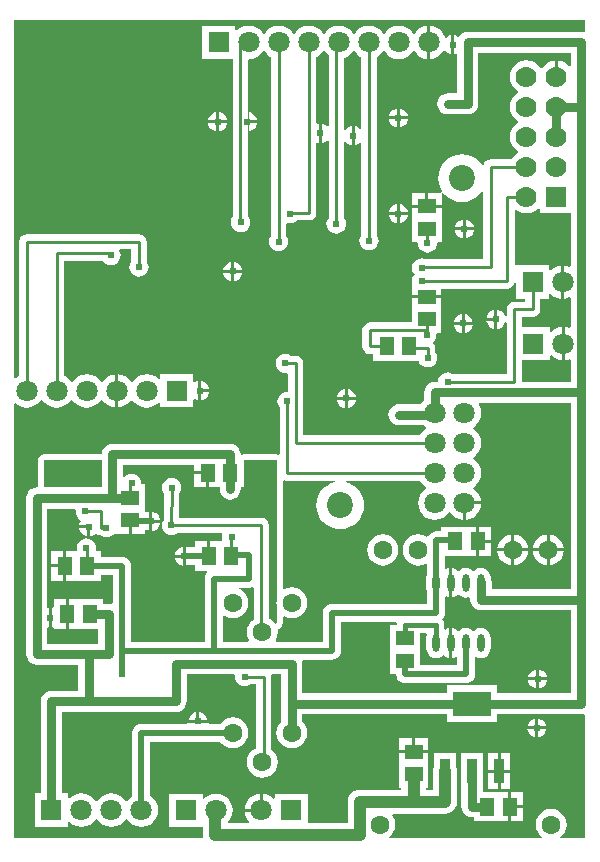
<source format=gbl>
%FSLAX25Y25*%
%MOIN*%
G70*
G01*
G75*
G04 Layer_Physical_Order=2*
G04 Layer_Color=16711680*
%ADD10O,0.02756X0.09843*%
%ADD11R,0.05118X0.05906*%
%ADD12R,0.05906X0.05118*%
%ADD13R,0.05118X0.06299*%
%ADD14R,0.05906X0.01063*%
%ADD15R,0.01063X0.05906*%
%ADD16O,0.05906X0.02362*%
%ADD17O,0.02362X0.05906*%
%ADD18C,0.04000*%
%ADD19C,0.01000*%
%ADD20C,0.02000*%
%ADD21C,0.03000*%
%ADD22C,0.06299*%
%ADD23R,0.07000X0.07000*%
%ADD24C,0.07000*%
%ADD25C,0.07087*%
%ADD26R,0.07087X0.07087*%
%ADD27C,0.08661*%
%ADD28C,0.02400*%
%ADD29R,0.12598X0.08268*%
%ADD30R,0.03543X0.08268*%
%ADD31C,0.01500*%
G36*
X82097Y85854D02*
Y75296D01*
X81367Y74736D01*
X80541Y73660D01*
X80022Y72407D01*
X79845Y71063D01*
X80022Y69719D01*
X80541Y68466D01*
X80565Y68435D01*
X80344Y67987D01*
X71924D01*
Y76361D01*
X72372Y76582D01*
X72600Y76407D01*
X73852Y75889D01*
X75197Y75712D01*
X76541Y75889D01*
X77794Y76407D01*
X78870Y77233D01*
X79695Y78308D01*
X80214Y79561D01*
X80391Y80905D01*
X80214Y82250D01*
X79695Y83503D01*
X78870Y84578D01*
X77794Y85404D01*
X76541Y85923D01*
Y85923D01*
X76543Y85950D01*
X80709D01*
X81492Y86054D01*
X81681Y86132D01*
X82097Y85854D01*
D02*
G37*
G36*
X177571Y212273D02*
Y210720D01*
X187808D01*
Y193131D01*
X187393Y192853D01*
X186565Y193196D01*
X185618Y193321D01*
Y187794D01*
Y182270D01*
X186565Y182395D01*
X187393Y182737D01*
X187808Y182460D01*
Y172740D01*
X187393Y172462D01*
X186762Y172723D01*
X185815Y172848D01*
Y167322D01*
Y161797D01*
X186762Y161922D01*
X187393Y162183D01*
X187808Y161906D01*
Y154613D01*
X171545D01*
Y161779D01*
X180858D01*
Y163247D01*
X181332Y163408D01*
X181361Y163369D01*
X182519Y162481D01*
X183868Y161922D01*
X184815Y161797D01*
Y167322D01*
Y172848D01*
X183868Y172723D01*
X182519Y172165D01*
X181361Y171276D01*
X181332Y171238D01*
X180858Y171398D01*
Y172866D01*
X171545D01*
Y176191D01*
X175118D01*
X176094Y176385D01*
X176920Y176938D01*
X177473Y177765D01*
X177667Y178740D01*
X177667Y178740D01*
X177667Y178740D01*
Y178740D01*
Y182252D01*
X180661D01*
Y183720D01*
X181135Y183880D01*
X181165Y183842D01*
X182323Y182953D01*
X183671Y182395D01*
X184618Y182270D01*
Y187794D01*
Y193321D01*
X183671Y193196D01*
X182323Y192637D01*
X181165Y191749D01*
X181135Y191710D01*
X180661Y191871D01*
Y193339D01*
X169575D01*
Y193339D01*
X169536D01*
X169183Y193692D01*
Y211706D01*
X169631Y211927D01*
X170297Y211416D01*
X171635Y210862D01*
X173071Y210673D01*
X174507Y210862D01*
X175845Y211416D01*
X176994Y212298D01*
X177097Y212433D01*
X177571Y212273D01*
D02*
G37*
G36*
X31509Y119377D02*
X12205D01*
Y128347D01*
X31509D01*
Y119377D01*
D02*
G37*
G36*
X89764Y81482D02*
X89688Y80905D01*
X89764Y80329D01*
Y74143D01*
X89290Y73982D01*
X88712Y74736D01*
X87636Y75561D01*
X87195Y75744D01*
Y106693D01*
X87001Y107668D01*
X86448Y108495D01*
X85621Y109048D01*
X84646Y109242D01*
X57645D01*
X57292Y109597D01*
X57342Y117340D01*
X57601Y117677D01*
X57923Y118456D01*
X58033Y119291D01*
X57923Y120127D01*
X57601Y120905D01*
X57088Y121574D01*
X56419Y122087D01*
X55641Y122409D01*
X54806Y122519D01*
X53970Y122409D01*
X53192Y122087D01*
X52523Y121574D01*
X52011Y120905D01*
X51688Y120127D01*
X51578Y119291D01*
X51688Y118456D01*
X52011Y117677D01*
X52244Y117373D01*
X52188Y108644D01*
X51929Y108307D01*
X51607Y107528D01*
X51497Y106693D01*
X51607Y105858D01*
X51929Y105079D01*
X52442Y104411D01*
X53111Y103898D01*
X53889Y103575D01*
X54724Y103465D01*
X55560Y103575D01*
X56338Y103898D01*
X56659Y104144D01*
X71464D01*
X71742Y103728D01*
X71685Y103591D01*
X71575Y102756D01*
X71685Y101920D01*
X71725Y101825D01*
X71447Y101409D01*
X67626D01*
Y96456D01*
X66626D01*
Y101409D01*
X62567D01*
Y99483D01*
X60112D01*
X59891Y99574D01*
X59555Y99619D01*
Y96456D01*
Y93295D01*
X59891Y93339D01*
X60112Y93431D01*
X62567D01*
Y91504D01*
X66490D01*
X66712Y91056D01*
X66277Y90489D01*
X65975Y89759D01*
X65872Y88976D01*
Y67987D01*
X41215D01*
Y93209D01*
X41112Y93992D01*
X40810Y94722D01*
X40329Y95348D01*
X39702Y95829D01*
X38972Y96131D01*
X38189Y96235D01*
X31232D01*
Y98161D01*
X29859D01*
X29530Y98537D01*
X29606Y99114D01*
X29496Y99950D01*
X29173Y100728D01*
X28660Y101396D01*
X27992Y101909D01*
X27213Y102232D01*
X26378Y102342D01*
X25543Y102232D01*
X24764Y101909D01*
X24096Y101396D01*
X23583Y100728D01*
X23260Y99950D01*
X23150Y99114D01*
X23226Y98537D01*
X22897Y98161D01*
X19693D01*
Y93208D01*
Y88256D01*
X31232D01*
Y90183D01*
X35163D01*
Y80724D01*
X34747Y80446D01*
X34674Y80477D01*
X33760Y80597D01*
X32020D01*
Y82020D01*
X20480D01*
Y77066D01*
Y72114D01*
X30230D01*
Y67211D01*
X27421D01*
X26673Y67310D01*
X13373D01*
Y72509D01*
X13749Y72838D01*
X13870Y72822D01*
Y75983D01*
Y79146D01*
X13749Y79130D01*
X13373Y79460D01*
Y112316D01*
X22496D01*
X22826Y111940D01*
X22757Y111417D01*
X22867Y110582D01*
X23189Y109803D01*
X23702Y109135D01*
X24370Y108622D01*
X24404Y108608D01*
X24533Y108125D01*
X24370Y107913D01*
X24048Y107135D01*
X24004Y106799D01*
X27166D01*
Y106300D01*
X27665D01*
Y103137D01*
X28001Y103182D01*
X28779Y103504D01*
X29439Y104010D01*
X30127Y103551D01*
X31102Y103357D01*
X31136D01*
X31457Y103110D01*
X32236Y102788D01*
X33071Y102678D01*
X33906Y102788D01*
X34685Y103110D01*
X35353Y103623D01*
X35494Y103807D01*
X36091Y103807D01*
Y103807D01*
X40543D01*
Y108367D01*
X41543D01*
Y103807D01*
X45996D01*
Y105045D01*
X46778D01*
X46999Y104953D01*
X47335Y104909D01*
Y108070D01*
Y111233D01*
X46999Y111188D01*
X46778Y111097D01*
X45996D01*
Y111287D01*
Y120405D01*
X44982D01*
X44665Y120768D01*
X44555Y121603D01*
X44232Y122381D01*
X43719Y123050D01*
X43051Y123563D01*
X42272Y123885D01*
X41437Y123995D01*
X40602Y123885D01*
X39823Y123563D01*
X39155Y123050D01*
X39043Y122904D01*
X38570Y123065D01*
Y126883D01*
X62272D01*
Y124811D01*
X66832D01*
Y124312D01*
X67331D01*
Y119358D01*
X70781D01*
Y118799D01*
X70901Y117885D01*
X71254Y117034D01*
X71815Y116303D01*
X72546Y115742D01*
X73397Y115389D01*
X74311Y115269D01*
X75225Y115389D01*
X76076Y115742D01*
X76807Y116303D01*
X77368Y117034D01*
X77721Y117885D01*
X77841Y118799D01*
Y119358D01*
X78870D01*
Y128347D01*
X89764D01*
Y81482D01*
D02*
G37*
G36*
X187808Y85420D02*
X161424D01*
Y87992D01*
X161304Y88906D01*
X161098Y89402D01*
X160993Y90201D01*
X160672Y90974D01*
X160162Y91639D01*
X159498Y92149D01*
X158724Y92469D01*
X157894Y92579D01*
X157063Y92469D01*
X156289Y92149D01*
X155625Y91639D01*
X155163D01*
X154498Y92149D01*
X153724Y92469D01*
X152894Y92579D01*
X152063Y92469D01*
X151289Y92149D01*
X150625Y91639D01*
X150162D01*
X149498Y92149D01*
X148724Y92469D01*
X148394Y92513D01*
Y87597D01*
Y82684D01*
X148724Y82728D01*
X149498Y83048D01*
X150162Y83558D01*
X150625D01*
X151289Y83048D01*
X152063Y82728D01*
X152894Y82618D01*
X153724Y82728D01*
X153948Y82820D01*
X154364Y82542D01*
Y81890D01*
X154484Y80976D01*
X154836Y80125D01*
X155397Y79394D01*
X156129Y78833D01*
X156980Y78480D01*
X157894Y78360D01*
X187808D01*
Y50774D01*
X163221D01*
Y53378D01*
X146622D01*
Y50774D01*
X98412D01*
Y60630D01*
X98292Y61544D01*
X98553Y61935D01*
X108268D01*
X109051Y62038D01*
X109781Y62340D01*
X110407Y62821D01*
X110888Y63448D01*
X111190Y64178D01*
X111294Y64961D01*
Y74533D01*
X129644D01*
X129974Y74157D01*
X129911Y73678D01*
X129908Y73654D01*
X127724D01*
Y64535D01*
Y57055D01*
X129655D01*
X129754Y56303D01*
X130057Y55574D01*
X130537Y54947D01*
D01*
X130537D01*
X130537Y54947D01*
X130537Y54947D01*
X130537D01*
D01*
X130537D01*
X130538Y54947D01*
Y54947D01*
X130538Y54947D01*
Y54947D01*
X131164Y54466D01*
X131894Y54164D01*
X132677Y54061D01*
X152894D01*
X153677Y54164D01*
X154407Y54466D01*
X155033Y54947D01*
X155514Y55574D01*
X155816Y56303D01*
X155920Y57087D01*
Y62673D01*
X156335Y62950D01*
X157063Y62649D01*
X157894Y62539D01*
X158724Y62649D01*
X159498Y62969D01*
X160162Y63479D01*
X160672Y64144D01*
X160993Y64918D01*
X161102Y65748D01*
Y69291D01*
X160993Y70122D01*
X160672Y70896D01*
X160162Y71560D01*
X159498Y72070D01*
X158724Y72391D01*
X157894Y72500D01*
X157063Y72391D01*
X156289Y72070D01*
X155625Y71560D01*
X155163D01*
X154498Y72070D01*
X153724Y72391D01*
X152894Y72500D01*
X152063Y72391D01*
X151289Y72070D01*
X150625Y71560D01*
X150162D01*
X149498Y72070D01*
X148724Y72391D01*
X148394Y72434D01*
Y67519D01*
Y62605D01*
X148724Y62649D01*
X149452Y62950D01*
X149868Y62673D01*
Y60113D01*
X137630D01*
Y64535D01*
Y70848D01*
X139645D01*
X139923Y70433D01*
X139795Y70122D01*
X139685Y69291D01*
Y65748D01*
X139795Y64918D01*
X140115Y64144D01*
X140625Y63479D01*
X141289Y62969D01*
X142063Y62649D01*
X142894Y62539D01*
X143724Y62649D01*
X144498Y62969D01*
X145162Y63479D01*
X145625D01*
X146289Y62969D01*
X147063Y62649D01*
X147394Y62605D01*
Y67519D01*
Y72434D01*
X147063Y72391D01*
X146289Y72070D01*
X146116Y71937D01*
X145667Y72158D01*
Y73622D01*
X145573Y74340D01*
X145296Y75009D01*
X145076Y75296D01*
X145026Y75361D01*
X145033Y75419D01*
X145033Y75419D01*
X145033Y75419D01*
D01*
Y75419D01*
X145514Y76046D01*
X145817Y76776D01*
X145920Y77559D01*
Y82751D01*
X146335Y83029D01*
X147063Y82728D01*
X147394Y82684D01*
Y87597D01*
Y92513D01*
X147063Y92469D01*
X146335Y92168D01*
X145920Y92446D01*
Y96425D01*
X156291D01*
Y101377D01*
Y106331D01*
X144752D01*
Y104699D01*
X142894D01*
X142111Y104596D01*
X141381Y104294D01*
X140754Y103813D01*
X140273Y103186D01*
X140217Y103052D01*
X139734Y102922D01*
X139605Y103022D01*
X138352Y103541D01*
X137008Y103718D01*
X135664Y103541D01*
X134411Y103022D01*
X133335Y102196D01*
X132510Y101121D01*
X131991Y99868D01*
X131814Y98524D01*
X131991Y97179D01*
X132510Y95927D01*
X133335Y94851D01*
X134411Y94025D01*
X135664Y93507D01*
X137008Y93330D01*
X138352Y93507D01*
X139452Y93962D01*
X139868Y93684D01*
Y90377D01*
X139795Y90201D01*
X139685Y89370D01*
Y85827D01*
X139795Y84996D01*
X139868Y84819D01*
Y80585D01*
X108268D01*
X107485Y80482D01*
X106755Y80180D01*
X106128Y79699D01*
X105647Y79072D01*
X105345Y78342D01*
X105242Y77559D01*
Y67987D01*
X89735D01*
X89514Y68435D01*
X89538Y68466D01*
X90056Y69719D01*
X90233Y71063D01*
X90097Y72102D01*
X90419Y72212D01*
X90478Y72246D01*
X90544Y72259D01*
X90820Y72444D01*
X91108Y72610D01*
X91149Y72663D01*
X91206Y72701D01*
X91390Y72977D01*
X91593Y73241D01*
X91610Y73306D01*
X91648Y73363D01*
X91713Y73689D01*
X91799Y74010D01*
X91790Y74077D01*
X91803Y74143D01*
Y76212D01*
X92251Y76433D01*
X92285Y76407D01*
X93538Y75889D01*
X94882Y75712D01*
X96226Y75889D01*
X97479Y76407D01*
X98555Y77233D01*
X99380Y78308D01*
X99899Y79561D01*
X100076Y80905D01*
X99899Y82250D01*
X99380Y83503D01*
X98555Y84578D01*
X97479Y85404D01*
X96226Y85923D01*
X94882Y86099D01*
X93538Y85923D01*
X92285Y85404D01*
X92251Y85378D01*
X91803Y85599D01*
Y121641D01*
X92244Y121877D01*
X92332Y121818D01*
X93307Y121624D01*
X109245D01*
X109318Y121130D01*
X107984Y120725D01*
X106610Y119991D01*
X105406Y119003D01*
X104419Y117799D01*
X103684Y116426D01*
X103233Y114936D01*
X103080Y113386D01*
X103233Y111836D01*
X103684Y110346D01*
X104419Y108973D01*
X105406Y107769D01*
X106610Y106781D01*
X107984Y106047D01*
X109474Y105595D01*
X111024Y105442D01*
X112573Y105595D01*
X114064Y106047D01*
X115437Y106781D01*
X116641Y107769D01*
X117629Y108973D01*
X118363Y110346D01*
X118815Y111836D01*
X118967Y113386D01*
X118815Y114936D01*
X118363Y116426D01*
X117629Y117799D01*
X116641Y119003D01*
X115437Y119991D01*
X114064Y120725D01*
X112729Y121130D01*
X112803Y121624D01*
X137575D01*
X137678Y121378D01*
X138566Y120220D01*
X139604Y119423D01*
Y118923D01*
X138566Y118127D01*
X137678Y116969D01*
X137119Y115620D01*
X136929Y114173D01*
X137119Y112726D01*
X137678Y111378D01*
X138566Y110220D01*
X139724Y109331D01*
X141073Y108773D01*
X142520Y108582D01*
X143967Y108773D01*
X145315Y109331D01*
X146473Y110220D01*
X147191Y111155D01*
X147691D01*
X148409Y110220D01*
X149567Y109331D01*
X150915Y108773D01*
X151862Y108648D01*
Y114174D01*
X152361D01*
Y114673D01*
X157887D01*
X157763Y115620D01*
X157204Y116969D01*
X156316Y118127D01*
X155158Y119015D01*
Y119331D01*
X156316Y120220D01*
X157204Y121378D01*
X157763Y122726D01*
X157953Y124173D01*
X157763Y125620D01*
X157204Y126969D01*
X156316Y128127D01*
X155158Y129015D01*
Y129331D01*
X156316Y130220D01*
X157204Y131378D01*
X157763Y132726D01*
X157953Y134173D01*
X157763Y135620D01*
X157204Y136969D01*
X156316Y138127D01*
X155158Y139015D01*
Y139331D01*
X156316Y140220D01*
X157204Y141378D01*
X157763Y142726D01*
X157953Y144173D01*
X157763Y145620D01*
X157204Y146969D01*
X157100Y147104D01*
X157322Y147553D01*
X187808D01*
Y85420D01*
D02*
G37*
G36*
X192530Y271469D02*
X192154Y271139D01*
X191339Y271247D01*
X153543D01*
X152630Y271127D01*
X151778Y270774D01*
X151047Y270213D01*
X150653Y269699D01*
X150157Y269634D01*
X150039Y269724D01*
X149261Y270047D01*
X148925Y270091D01*
Y266928D01*
Y263767D01*
X149261Y263811D01*
X149597Y263951D01*
X150013Y263673D01*
Y250774D01*
X146850D01*
X145937Y250654D01*
X145085Y250301D01*
X144354Y249740D01*
X143793Y249009D01*
X143440Y248158D01*
X143320Y247244D01*
X143440Y246330D01*
X143793Y245479D01*
X144354Y244748D01*
X145085Y244187D01*
X145937Y243834D01*
X146850Y243714D01*
X153543D01*
X154457Y243834D01*
X155308Y244187D01*
X156040Y244748D01*
X156600Y245479D01*
X156953Y246330D01*
X157073Y247244D01*
Y264186D01*
X187808D01*
Y259859D01*
X187335Y259698D01*
X186994Y260143D01*
X185845Y261025D01*
X184507Y261579D01*
X183571Y261702D01*
Y256220D01*
X182571D01*
Y261702D01*
X181635Y261579D01*
X180297Y261025D01*
X179148Y260143D01*
X178321Y259065D01*
X177821D01*
X176994Y260143D01*
X175845Y261025D01*
X174507Y261579D01*
X173071Y261768D01*
X171635Y261579D01*
X170297Y261025D01*
X169148Y260143D01*
X168267Y258994D01*
X167712Y257656D01*
X167523Y256221D01*
X167712Y254785D01*
X168267Y253447D01*
X169148Y252298D01*
X170226Y251470D01*
Y250971D01*
X169148Y250143D01*
X168267Y248994D01*
X167712Y247656D01*
X167523Y246220D01*
X167712Y244785D01*
X168267Y243447D01*
X169148Y242298D01*
X170226Y241471D01*
Y240970D01*
X169148Y240143D01*
X168267Y238994D01*
X167712Y237656D01*
X167523Y236221D01*
X167712Y234785D01*
X168267Y233447D01*
X169148Y232298D01*
X170226Y231470D01*
Y230971D01*
X169148Y230143D01*
X168267Y228994D01*
X168174Y228769D01*
X161221D01*
X160245Y228575D01*
X159418Y228023D01*
X158865Y227196D01*
X158775Y226740D01*
X158280Y226666D01*
X158180Y226854D01*
X157192Y228058D01*
X155988Y229046D01*
X154615Y229780D01*
X153124Y230232D01*
X151575Y230385D01*
X150025Y230232D01*
X148535Y229780D01*
X147161Y229046D01*
X145958Y228058D01*
X144970Y226854D01*
X144236Y225481D01*
X143784Y223991D01*
X143631Y222441D01*
X143784Y220891D01*
X144236Y219401D01*
X144943Y218078D01*
X144898Y218004D01*
X144898D01*
X144856Y217934D01*
D01*
X144606Y217729D01*
X144606D01*
X144509Y217650D01*
X140362D01*
Y213591D01*
X144815D01*
Y217474D01*
X144998Y217540D01*
D01*
X145215Y217617D01*
D01*
X145286Y217643D01*
X145958Y216824D01*
X147161Y215836D01*
X148535Y215102D01*
X150025Y214650D01*
X151575Y214497D01*
X153124Y214650D01*
X154615Y215102D01*
X155988Y215836D01*
X157192Y216824D01*
X158180Y218028D01*
X158186Y218040D01*
X158671Y217919D01*
Y195364D01*
X139684D01*
X139024Y195637D01*
X138189Y195747D01*
X137354Y195637D01*
X136575Y195315D01*
X135907Y194802D01*
X135394Y194133D01*
X135071Y193355D01*
X134961Y192520D01*
X135071Y191684D01*
X135394Y190906D01*
X135817Y190354D01*
X135394Y189803D01*
X135071Y189024D01*
X134961Y188189D01*
X135028Y187681D01*
X134811Y187433D01*
X134811D01*
Y183374D01*
X144717D01*
Y185640D01*
X166634D01*
X167609Y185834D01*
X168436Y186387D01*
X168989Y187214D01*
X169077Y187658D01*
X169575Y187609D01*
Y182252D01*
X172569D01*
Y181289D01*
X168996D01*
X168021Y181095D01*
X167194Y180543D01*
X166641Y179716D01*
X166447Y178740D01*
Y176459D01*
X165957Y176361D01*
X165689Y177007D01*
X165176Y177676D01*
X164507Y178189D01*
X163729Y178511D01*
X163394Y178556D01*
Y175393D01*
Y172232D01*
X163729Y172276D01*
X164507Y172599D01*
X165176Y173111D01*
X165689Y173780D01*
X165957Y174426D01*
X166447Y174329D01*
Y157077D01*
X148785D01*
X148464Y157323D01*
X147686Y157645D01*
X146850Y157755D01*
X146015Y157645D01*
X145237Y157323D01*
X144568Y156810D01*
X144055Y156141D01*
X143733Y155363D01*
X143634Y154613D01*
X142520D01*
X141606Y154493D01*
X140755Y154140D01*
X140024Y153579D01*
X139462Y152848D01*
X139110Y151996D01*
X138989Y151083D01*
Y148452D01*
X138566Y148127D01*
X137803Y147133D01*
X130610D01*
X129697Y147012D01*
X128845Y146660D01*
X128114Y146099D01*
X127553Y145368D01*
X127200Y144516D01*
X127080Y143602D01*
X127200Y142689D01*
X127553Y141837D01*
X128114Y141106D01*
X128845Y140545D01*
X129697Y140192D01*
X130610Y140072D01*
X138759D01*
X139604Y139423D01*
Y138923D01*
X138566Y138127D01*
X137678Y136969D01*
X137575Y136722D01*
X98710D01*
Y160728D01*
X98516Y161704D01*
X97964Y162531D01*
X97137Y163083D01*
X96161Y163277D01*
X94651D01*
X94330Y163523D01*
X93552Y163846D01*
X92716Y163956D01*
X91881Y163846D01*
X91103Y163523D01*
X90434Y163011D01*
X89921Y162342D01*
X89599Y161564D01*
X89489Y160728D01*
X89599Y159893D01*
X89921Y159115D01*
X90434Y158446D01*
X91103Y157933D01*
X91881Y157611D01*
X92716Y157501D01*
X93237Y157569D01*
X93612Y157239D01*
Y151527D01*
X93307Y151259D01*
X92472Y151149D01*
X91693Y150827D01*
X91025Y150314D01*
X90512Y149645D01*
X90189Y148867D01*
X90079Y148031D01*
X90189Y147196D01*
X90512Y146418D01*
X90758Y146097D01*
Y130582D01*
X90372Y130265D01*
X89764Y130386D01*
X78870D01*
X78230Y130258D01*
X77823Y130550D01*
X77721Y131327D01*
X77368Y132178D01*
X76807Y132910D01*
X76076Y133471D01*
X75225Y133823D01*
X74311Y133944D01*
X35039D01*
X34126Y133823D01*
X33274Y133471D01*
X32543Y132910D01*
X31982Y132178D01*
X31629Y131327D01*
X31509Y130413D01*
Y130386D01*
X12205D01*
X11424Y130230D01*
X10763Y129788D01*
X10321Y129127D01*
X10165Y128347D01*
Y119377D01*
X9843D01*
X8929Y119256D01*
X8077Y118904D01*
X7346Y118343D01*
X6785Y117612D01*
X6433Y116760D01*
X6312Y115847D01*
Y63779D01*
X6433Y62866D01*
X6785Y62014D01*
X7346Y61283D01*
X8077Y60722D01*
X8929Y60370D01*
X9843Y60249D01*
X23635D01*
Y51562D01*
X14724D01*
X13811Y51441D01*
X12959Y51089D01*
X12228Y50528D01*
X11667Y49797D01*
X11315Y48945D01*
X11194Y48031D01*
Y17354D01*
X9181D01*
Y6268D01*
X20268D01*
Y7735D01*
X20741Y7896D01*
X20771Y7858D01*
X21929Y6969D01*
X23277Y6410D01*
X24724Y6220D01*
X26171Y6410D01*
X27520Y6969D01*
X28678Y7858D01*
X29474Y8896D01*
X29974D01*
X30771Y7858D01*
X31929Y6969D01*
X33277Y6410D01*
X34724Y6220D01*
X36171Y6410D01*
X37520Y6969D01*
X38678Y7858D01*
X39474Y8896D01*
X39974D01*
X40771Y7858D01*
X41929Y6969D01*
X43277Y6410D01*
X44724Y6220D01*
X46172Y6410D01*
X47520Y6969D01*
X48678Y7858D01*
X49567Y9015D01*
X50125Y10364D01*
X50315Y11811D01*
X50125Y13258D01*
X49567Y14607D01*
X48678Y15765D01*
X47750Y16476D01*
Y34572D01*
X71028D01*
X71524Y33926D01*
X72600Y33100D01*
X73852Y32581D01*
X75197Y32404D01*
X76541Y32581D01*
X77794Y33100D01*
X78870Y33926D01*
X79695Y35001D01*
X80214Y36254D01*
X80391Y37598D01*
X80214Y38943D01*
X79695Y40195D01*
X78870Y41271D01*
X77794Y42097D01*
X76541Y42616D01*
X75197Y42792D01*
X73852Y42616D01*
X72600Y42097D01*
X71524Y41271D01*
X71028Y40624D01*
X67095D01*
X66766Y41000D01*
X66745Y40839D01*
X60421D01*
X60399Y41000D01*
X60070Y40624D01*
X44724D01*
X43941Y40521D01*
X43211Y40219D01*
X42585Y39738D01*
X42104Y39111D01*
X41802Y38382D01*
X41699Y37598D01*
Y16476D01*
X40771Y15765D01*
X39974Y14727D01*
X39474D01*
X38678Y15765D01*
X37520Y16653D01*
X36171Y17212D01*
X34724Y17402D01*
X33277Y17212D01*
X31929Y16653D01*
X30771Y15765D01*
X29974Y14727D01*
X29474D01*
X28678Y15765D01*
X27520Y16653D01*
X26171Y17212D01*
X24724Y17402D01*
X23277Y17212D01*
X21929Y16653D01*
X20771Y15765D01*
X20741Y15726D01*
X20268Y15887D01*
Y17354D01*
X18255D01*
Y44501D01*
X56299D01*
X57213Y44622D01*
X58064Y44974D01*
X58795Y45535D01*
X59356Y46266D01*
X59709Y47118D01*
X59829Y48031D01*
X59829Y48031D01*
X59829Y48031D01*
Y48031D01*
Y57100D01*
X75633D01*
X75962Y56724D01*
X75906Y56299D01*
X76016Y55464D01*
X76339Y54685D01*
X76852Y54017D01*
X77520Y53504D01*
X78298Y53182D01*
X79134Y53072D01*
X79969Y53182D01*
X80748Y53504D01*
X81068Y53750D01*
X82884D01*
Y32437D01*
X82442Y32254D01*
X81367Y31429D01*
X80541Y30353D01*
X80022Y29100D01*
X79845Y27756D01*
X80022Y26412D01*
X80541Y25159D01*
X81367Y24083D01*
X82442Y23258D01*
X83695Y22739D01*
X85039Y22562D01*
X86384Y22739D01*
X87636Y23258D01*
X88712Y24083D01*
X89538Y25159D01*
X90056Y26412D01*
X90233Y27756D01*
X90056Y29100D01*
X89538Y30353D01*
X88712Y31429D01*
X87982Y31989D01*
Y56299D01*
X87900Y56713D01*
X88217Y57100D01*
X91352D01*
Y47244D01*
X91352Y47244D01*
X91352D01*
Y41381D01*
X91209Y41271D01*
X90384Y40195D01*
X89865Y38943D01*
X89688Y37598D01*
X89865Y36254D01*
X90384Y35001D01*
X91209Y33926D01*
X92285Y33100D01*
X93538Y32581D01*
X94882Y32404D01*
X96226Y32581D01*
X97479Y33100D01*
X98555Y33926D01*
X99380Y35001D01*
X99899Y36254D01*
X100076Y37598D01*
X99899Y38943D01*
X99380Y40195D01*
X98555Y41271D01*
X98412Y41381D01*
Y43714D01*
X146622D01*
Y41110D01*
X163221D01*
Y43714D01*
X191339D01*
X192154Y43821D01*
X192530Y43492D01*
Y2352D01*
X184494D01*
X184334Y2826D01*
X184972Y3315D01*
X185797Y4391D01*
X186316Y5644D01*
X186493Y6988D01*
X186316Y8332D01*
X185797Y9585D01*
X184972Y10661D01*
X183896Y11486D01*
X182643Y12005D01*
X181299Y12182D01*
X179955Y12005D01*
X178702Y11486D01*
X177627Y10661D01*
X176801Y9585D01*
X176282Y8332D01*
X176105Y6988D01*
X176282Y5644D01*
X176801Y4391D01*
X177627Y3315D01*
X178265Y2826D01*
X178104Y2352D01*
X127408D01*
X127247Y2826D01*
X127885Y3315D01*
X128711Y4391D01*
X129230Y5644D01*
X129407Y6988D01*
X129230Y8332D01*
X128711Y9585D01*
X128328Y10084D01*
X128549Y10532D01*
X145866D01*
X146910Y10670D01*
X147883Y11073D01*
X148719Y11714D01*
X149360Y12550D01*
X149763Y13523D01*
X149901Y14567D01*
Y24803D01*
X149763Y25847D01*
X149638Y26150D01*
Y30937D01*
X142095D01*
Y26150D01*
X141969Y25847D01*
X141832Y24803D01*
Y18601D01*
X139468D01*
Y19260D01*
X140386D01*
Y26740D01*
Y30799D01*
X130480D01*
Y26740D01*
Y19260D01*
X131399D01*
Y18601D01*
X117539D01*
X116495Y18464D01*
X115522Y18061D01*
X114687Y17420D01*
X114045Y16584D01*
X113642Y15611D01*
X113505Y14567D01*
Y7381D01*
X100209D01*
Y17256D01*
X89122D01*
Y15788D01*
X88649Y15627D01*
X88619Y15666D01*
X87461Y16555D01*
X86112Y17113D01*
X85165Y17238D01*
Y11712D01*
X84666D01*
Y11213D01*
X79140D01*
X79265Y10266D01*
X79823Y8917D01*
X80658Y7829D01*
X80437Y7381D01*
X73811D01*
X73769Y7436D01*
X73574Y7829D01*
X74409Y8917D01*
X74968Y10266D01*
X75158Y11713D01*
X74968Y13160D01*
X74409Y14508D01*
X73520Y15666D01*
X72363Y16555D01*
X71014Y17113D01*
X69567Y17304D01*
X68120Y17113D01*
X66771Y16555D01*
X65613Y15666D01*
X65584Y15627D01*
X65110Y15788D01*
Y17256D01*
X54024D01*
Y6169D01*
X65110D01*
D01*
X65110D01*
X65139Y6141D01*
Y3347D01*
X65220Y2728D01*
X64890Y2352D01*
X2352D01*
Y147202D01*
X2801Y147423D01*
X3700Y146733D01*
X5049Y146174D01*
X6496Y145984D01*
X7943Y146174D01*
X9292Y146733D01*
X10450Y147621D01*
X11246Y148659D01*
X11746D01*
X12542Y147621D01*
X13701Y146733D01*
X15049Y146174D01*
X16496Y145984D01*
X17943Y146174D01*
X19292Y146733D01*
X20450Y147621D01*
X21246Y148659D01*
X21746D01*
X22543Y147621D01*
X23700Y146733D01*
X25049Y146174D01*
X26496Y145984D01*
X27943Y146174D01*
X29292Y146733D01*
X30450Y147621D01*
X31246Y148659D01*
X31746D01*
X32542Y147621D01*
X33700Y146733D01*
X35049Y146174D01*
X35996Y146049D01*
Y151574D01*
Y157100D01*
X35049Y156975D01*
X33700Y156417D01*
X32542Y155528D01*
X31746Y154490D01*
X31246D01*
X30450Y155528D01*
X29292Y156417D01*
X27943Y156975D01*
X26496Y157166D01*
X25049Y156975D01*
X23700Y156417D01*
X22543Y155528D01*
X21746Y154490D01*
X21246D01*
X20450Y155528D01*
X19292Y156417D01*
X19045Y156519D01*
Y194793D01*
X32017D01*
X32265Y194470D01*
X32933Y193957D01*
X33712Y193634D01*
X34547Y193524D01*
X35383Y193634D01*
X36161Y193957D01*
X36830Y194470D01*
X37342Y195138D01*
X37665Y195917D01*
X37775Y196752D01*
X37665Y197587D01*
X37342Y198366D01*
X37522Y198731D01*
X41349D01*
Y194750D01*
X41102Y194429D01*
X40780Y193650D01*
X40670Y192815D01*
X40780Y191980D01*
X41102Y191201D01*
X41615Y190533D01*
X42284Y190020D01*
X43062Y189697D01*
X43898Y189587D01*
X44733Y189697D01*
X45511Y190020D01*
X46180Y190533D01*
X46693Y191201D01*
X47015Y191980D01*
X47125Y192815D01*
X47015Y193650D01*
X46693Y194429D01*
X46447Y194750D01*
Y201279D01*
X46253Y202255D01*
X45700Y203082D01*
X44873Y203635D01*
X43898Y203829D01*
X6496D01*
X5521Y203635D01*
X4694Y203082D01*
X4141Y202255D01*
X3947Y201279D01*
Y156519D01*
X3700Y156417D01*
X2801Y155726D01*
X2352Y155948D01*
Y275207D01*
X192530D01*
Y271469D01*
D02*
G37*
%LPC*%
G36*
X18693Y98161D02*
X14634D01*
Y93709D01*
X18693D01*
Y98161D01*
D02*
G37*
G36*
X185443Y98024D02*
X180815D01*
Y93395D01*
X181659Y93507D01*
X182912Y94025D01*
X183988Y94851D01*
X184813Y95927D01*
X185332Y97179D01*
X185443Y98024D01*
D02*
G37*
G36*
X58555Y99619D02*
X58220Y99574D01*
X57441Y99252D01*
X56773Y98739D01*
X56260Y98071D01*
X55937Y97292D01*
X55893Y96957D01*
X58555D01*
Y99619D01*
D02*
G37*
G36*
X161350Y100878D02*
X157291D01*
Y96425D01*
X161350D01*
Y100878D01*
D02*
G37*
G36*
X179815Y98024D02*
X175187D01*
X175298Y97179D01*
X175817Y95927D01*
X176642Y94851D01*
X177718Y94025D01*
X178971Y93507D01*
X179815Y93395D01*
Y98024D01*
D02*
G37*
G36*
X125197Y103718D02*
X123853Y103541D01*
X122600Y103022D01*
X121524Y102196D01*
X120699Y101121D01*
X120180Y99868D01*
X120003Y98524D01*
X120180Y97179D01*
X120699Y95927D01*
X121524Y94851D01*
X122600Y94025D01*
X123853Y93507D01*
X125197Y93330D01*
X126541Y93507D01*
X127794Y94025D01*
X128870Y94851D01*
X129695Y95927D01*
X130214Y97179D01*
X130391Y98524D01*
X130214Y99868D01*
X129695Y101121D01*
X128870Y102196D01*
X127794Y103022D01*
X126541Y103541D01*
X125197Y103718D01*
D02*
G37*
G36*
X58555Y95957D02*
X55893D01*
X55937Y95621D01*
X56260Y94843D01*
X56773Y94174D01*
X57441Y93661D01*
X58220Y93339D01*
X58555Y93295D01*
Y95957D01*
D02*
G37*
G36*
X173632Y98024D02*
X169004D01*
Y93395D01*
X169848Y93507D01*
X171101Y94025D01*
X172177Y94851D01*
X173002Y95927D01*
X173521Y97179D01*
X173632Y98024D01*
D02*
G37*
G36*
X168004D02*
X163376D01*
X163487Y97179D01*
X164006Y95927D01*
X164831Y94851D01*
X165907Y94025D01*
X167160Y93507D01*
X168004Y93395D01*
Y98024D01*
D02*
G37*
G36*
Y103652D02*
X167160Y103541D01*
X165907Y103022D01*
X164831Y102196D01*
X164006Y101121D01*
X163487Y99868D01*
X163376Y99024D01*
X168004D01*
Y103652D01*
D02*
G37*
G36*
X48335Y111233D02*
Y108571D01*
X50996D01*
X50952Y108906D01*
X50630Y109685D01*
X50117Y110353D01*
X49448Y110866D01*
X48670Y111188D01*
X48335Y111233D01*
D02*
G37*
G36*
X50996Y107571D02*
X48335D01*
Y104909D01*
X48670Y104953D01*
X49448Y105276D01*
X50117Y105789D01*
X50630Y106457D01*
X50952Y107236D01*
X50996Y107571D01*
D02*
G37*
G36*
X158693Y30937D02*
X151150D01*
Y18669D01*
X151391D01*
Y12992D01*
X151511Y12078D01*
X151864Y11227D01*
X152425Y10496D01*
X153156Y9935D01*
X154008Y9582D01*
X154921Y9462D01*
X155480D01*
Y8039D01*
X167020D01*
Y12991D01*
Y17945D01*
X158451D01*
Y18669D01*
X158693D01*
Y30937D01*
D02*
G37*
G36*
X172079Y12492D02*
X168020D01*
Y8039D01*
X172079D01*
Y12492D01*
D02*
G37*
G36*
X26665Y105799D02*
X24004D01*
X24048Y105464D01*
X24370Y104685D01*
X24883Y104017D01*
X25552Y103504D01*
X26330Y103182D01*
X26665Y103137D01*
Y105799D01*
D02*
G37*
G36*
X179815Y103652D02*
X178971Y103541D01*
X177718Y103022D01*
X176642Y102196D01*
X175817Y101121D01*
X175298Y99868D01*
X175187Y99024D01*
X179815D01*
Y103652D01*
D02*
G37*
G36*
X169004D02*
Y99024D01*
X173632D01*
X173521Y99868D01*
X173002Y101121D01*
X172177Y102196D01*
X171101Y103022D01*
X169848Y103541D01*
X169004Y103652D01*
D02*
G37*
G36*
X161350Y106331D02*
X157291D01*
Y101878D01*
X161350D01*
Y106331D01*
D02*
G37*
G36*
X180815Y103652D02*
Y99024D01*
X185443D01*
X185332Y99868D01*
X184813Y101121D01*
X183988Y102196D01*
X182912Y103022D01*
X181659Y103541D01*
X180815Y103652D01*
D02*
G37*
G36*
X176075Y38673D02*
X173413D01*
X173457Y38338D01*
X173780Y37559D01*
X174293Y36891D01*
X174961Y36378D01*
X175739Y36056D01*
X176075Y36011D01*
Y38673D01*
D02*
G37*
G36*
X140386Y35858D02*
X135933D01*
Y31799D01*
X140386D01*
Y35858D01*
D02*
G37*
G36*
X179737Y38673D02*
X177075D01*
Y36011D01*
X177410Y36056D01*
X178189Y36378D01*
X178857Y36891D01*
X179370Y37559D01*
X179692Y38338D01*
X179737Y38673D01*
D02*
G37*
G36*
X177075Y42335D02*
Y39673D01*
X179737D01*
X179692Y40009D01*
X179370Y40787D01*
X178857Y41456D01*
X178189Y41968D01*
X177410Y42291D01*
X177075Y42335D01*
D02*
G37*
G36*
X176075D02*
X175739Y42291D01*
X174961Y41968D01*
X174293Y41456D01*
X173780Y40787D01*
X173457Y40009D01*
X173413Y39673D01*
X176075D01*
Y42335D01*
D02*
G37*
G36*
X167748Y24303D02*
X164476D01*
Y18669D01*
X167748D01*
Y24303D01*
D02*
G37*
G36*
X163476D02*
X160205D01*
Y18669D01*
X163476D01*
Y24303D01*
D02*
G37*
G36*
Y30937D02*
X160205D01*
Y25303D01*
X163476D01*
Y30937D01*
D02*
G37*
G36*
X134933Y35858D02*
X130480D01*
Y31799D01*
X134933D01*
Y35858D01*
D02*
G37*
G36*
X167748Y30937D02*
X164476D01*
Y25303D01*
X167748D01*
Y30937D01*
D02*
G37*
G36*
X177370Y58674D02*
Y56012D01*
X180032D01*
X179988Y56347D01*
X179665Y57126D01*
X179152Y57794D01*
X178484Y58307D01*
X177705Y58629D01*
X177370Y58674D01*
D02*
G37*
G36*
X176370D02*
X176035Y58629D01*
X175256Y58307D01*
X174588Y57794D01*
X174075Y57126D01*
X173752Y56347D01*
X173708Y56012D01*
X176370D01*
Y58674D01*
D02*
G37*
G36*
X84165Y17238D02*
X83218Y17113D01*
X81870Y16555D01*
X80712Y15666D01*
X79823Y14508D01*
X79265Y13160D01*
X79140Y12213D01*
X84165D01*
Y17238D01*
D02*
G37*
G36*
X18693Y92709D02*
X14634D01*
Y88256D01*
X18693D01*
Y92709D01*
D02*
G37*
G36*
X19480Y82020D02*
X15421D01*
Y79453D01*
X15045Y79123D01*
X14870Y79146D01*
Y75983D01*
Y72822D01*
X15045Y72846D01*
X15421Y72516D01*
Y72114D01*
X19480D01*
Y77066D01*
Y82020D01*
D02*
G37*
G36*
X172079Y17945D02*
X168020D01*
Y13492D01*
X172079D01*
Y17945D01*
D02*
G37*
G36*
X63083Y44500D02*
X62747Y44456D01*
X61969Y44134D01*
X61300Y43621D01*
X60787Y42952D01*
X60465Y42174D01*
X60421Y41839D01*
X63083D01*
Y44500D01*
D02*
G37*
G36*
X64083D02*
Y41839D01*
X66745D01*
X66700Y42174D01*
X66378Y42952D01*
X65865Y43621D01*
X65197Y44134D01*
X64418Y44456D01*
X64083Y44500D01*
D02*
G37*
G36*
X180032Y55012D02*
X177370D01*
Y52350D01*
X177705Y52394D01*
X178484Y52717D01*
X179152Y53229D01*
X179665Y53898D01*
X179988Y54676D01*
X180032Y55012D01*
D02*
G37*
G36*
X176370D02*
X173708D01*
X173752Y54676D01*
X174075Y53898D01*
X174588Y53229D01*
X175256Y52717D01*
X176035Y52394D01*
X176370Y52350D01*
Y55012D01*
D02*
G37*
G36*
X157887Y113673D02*
X152862D01*
Y108648D01*
X153809Y108773D01*
X155158Y109331D01*
X156316Y110220D01*
X157204Y111378D01*
X157763Y112726D01*
X157887Y113673D01*
D02*
G37*
G36*
X130815Y213792D02*
Y211130D01*
X133477D01*
X133433Y211465D01*
X133110Y212244D01*
X132597Y212912D01*
X131929Y213425D01*
X131150Y213748D01*
X130815Y213792D01*
D02*
G37*
G36*
X129815D02*
X129480Y213748D01*
X128701Y213425D01*
X128033Y212912D01*
X127520Y212244D01*
X127197Y211465D01*
X127153Y211130D01*
X129815D01*
Y213792D01*
D02*
G37*
G36*
X139362Y217650D02*
X134909D01*
Y213591D01*
X139362D01*
Y217650D01*
D02*
G37*
G36*
X73339Y240740D02*
X70677D01*
Y238078D01*
X71013Y238123D01*
X71791Y238445D01*
X72459Y238958D01*
X72972Y239626D01*
X73295Y240405D01*
X73339Y240740D01*
D02*
G37*
G36*
X69677D02*
X67015D01*
X67059Y240405D01*
X67382Y239626D01*
X67895Y238958D01*
X68563Y238445D01*
X69342Y238123D01*
X69677Y238078D01*
Y240740D01*
D02*
G37*
G36*
X151862Y208674D02*
X151527Y208629D01*
X150748Y208307D01*
X150080Y207794D01*
X149567Y207126D01*
X149245Y206347D01*
X149200Y206012D01*
X151862D01*
Y208674D01*
D02*
G37*
G36*
X155524Y205012D02*
X152862D01*
Y202350D01*
X153198Y202394D01*
X153976Y202717D01*
X154645Y203229D01*
X155157Y203898D01*
X155480Y204676D01*
X155524Y205012D01*
D02*
G37*
G36*
X152862Y208674D02*
Y206012D01*
X155524D01*
X155480Y206347D01*
X155157Y207126D01*
X154645Y207794D01*
X153976Y208307D01*
X153198Y208629D01*
X152862Y208674D01*
D02*
G37*
G36*
X133477Y210130D02*
X130815D01*
Y207468D01*
X131150Y207512D01*
X131929Y207835D01*
X132597Y208348D01*
X133110Y209016D01*
X133433Y209794D01*
X133477Y210130D01*
D02*
G37*
G36*
X129815D02*
X127153D01*
X127197Y209794D01*
X127520Y209016D01*
X128033Y208348D01*
X128701Y207835D01*
X129480Y207512D01*
X129815Y207468D01*
Y210130D01*
D02*
G37*
G36*
Y245682D02*
X129480Y245637D01*
X128701Y245315D01*
X128033Y244802D01*
X127520Y244133D01*
X127197Y243355D01*
X127153Y243020D01*
X129815D01*
Y245682D01*
D02*
G37*
G36*
X80520Y244402D02*
Y241740D01*
X83182D01*
X83137Y242075D01*
X82815Y242854D01*
X82302Y243522D01*
X81634Y244035D01*
X80855Y244358D01*
X80520Y244402D01*
D02*
G37*
G36*
X130815Y245682D02*
Y243020D01*
X133477D01*
X133433Y243355D01*
X133110Y244133D01*
X132597Y244802D01*
X131929Y245315D01*
X131150Y245637D01*
X130815Y245682D01*
D02*
G37*
G36*
X130512Y273308D02*
X129065Y273117D01*
X127716Y272559D01*
X126558Y271670D01*
X125762Y270632D01*
X125262D01*
X124465Y271670D01*
X123307Y272559D01*
X121959Y273117D01*
X120512Y273308D01*
X119065Y273117D01*
X117716Y272559D01*
X116558Y271670D01*
X115762Y270632D01*
X115262D01*
X114465Y271670D01*
X113307Y272559D01*
X111959Y273117D01*
X110512Y273308D01*
X109065Y273117D01*
X107716Y272559D01*
X106558Y271670D01*
X105762Y270632D01*
X105262D01*
X104465Y271670D01*
X103307Y272559D01*
X101959Y273117D01*
X100512Y273308D01*
X99065Y273117D01*
X97716Y272559D01*
X96558Y271670D01*
X95762Y270632D01*
X95262D01*
X94465Y271670D01*
X93307Y272559D01*
X91959Y273117D01*
X90512Y273308D01*
X89065Y273117D01*
X87716Y272559D01*
X86558Y271670D01*
X85762Y270632D01*
X85262D01*
X84465Y271670D01*
X83307Y272559D01*
X81959Y273117D01*
X80512Y273308D01*
X79065Y273117D01*
X77716Y272559D01*
X76558Y271670D01*
X76529Y271631D01*
X76055Y271792D01*
Y273260D01*
X64969D01*
Y262173D01*
X75171D01*
Y209535D01*
X75059Y209389D01*
X74737Y208611D01*
X74627Y207776D01*
X74737Y206940D01*
X75059Y206162D01*
X75572Y205493D01*
X76240Y204980D01*
X77019Y204658D01*
X77854Y204548D01*
X78690Y204658D01*
X79468Y204980D01*
X80137Y205493D01*
X80650Y206162D01*
X80972Y206940D01*
X81082Y207776D01*
X80972Y208611D01*
X80650Y209389D01*
X80269Y209886D01*
Y238045D01*
X80269Y238045D01*
Y240740D01*
Y241239D01*
Y244435D01*
X80269Y244435D01*
Y261912D01*
X80512Y262125D01*
X81959Y262316D01*
X83307Y262875D01*
X84465Y263763D01*
X85262Y264801D01*
X85762D01*
X86558Y263763D01*
X87716Y262875D01*
X87904Y262797D01*
Y203214D01*
X87658Y202893D01*
X87335Y202115D01*
X87225Y201279D01*
X87335Y200444D01*
X87658Y199666D01*
X88170Y198997D01*
X88839Y198484D01*
X89617Y198162D01*
X90453Y198052D01*
X91288Y198162D01*
X92067Y198484D01*
X92735Y198997D01*
X93248Y199666D01*
X93570Y200444D01*
X93680Y201279D01*
X93570Y202115D01*
X93248Y202893D01*
X93002Y203214D01*
Y207180D01*
X93378Y207510D01*
X94193Y207402D01*
X95028Y207512D01*
X95807Y207835D01*
X96475Y208348D01*
X96497Y208376D01*
X100512D01*
X101487Y208570D01*
X102314Y209123D01*
X102867Y209950D01*
X103061Y210925D01*
Y234014D01*
X103477Y234292D01*
X103495Y234284D01*
X103831Y234240D01*
Y237401D01*
Y240563D01*
X103495Y240519D01*
X103477Y240511D01*
X103061Y240789D01*
Y262772D01*
X103307Y262875D01*
X104465Y263763D01*
X105262Y264801D01*
X105762D01*
X106558Y263763D01*
X107097Y263350D01*
Y239831D01*
X106623Y239670D01*
X106613Y239684D01*
X105945Y240197D01*
X105166Y240519D01*
X104831Y240563D01*
Y237401D01*
Y234240D01*
X105166Y234284D01*
X105945Y234606D01*
X106613Y235119D01*
X106623Y235133D01*
X107097Y234972D01*
Y209120D01*
X106851Y208799D01*
X106528Y208020D01*
X106418Y207185D01*
X106528Y206350D01*
X106851Y205571D01*
X107363Y204903D01*
X108032Y204390D01*
X108810Y204067D01*
X109646Y203957D01*
X110481Y204067D01*
X111259Y204390D01*
X111928Y204903D01*
X112441Y205571D01*
X112763Y206350D01*
X112873Y207185D01*
X112763Y208020D01*
X112441Y208799D01*
X112195Y209120D01*
Y234698D01*
X112668Y234858D01*
X113072Y234332D01*
X113741Y233819D01*
X114519Y233496D01*
X114854Y233452D01*
Y236613D01*
Y239776D01*
X114519Y239732D01*
X113741Y239409D01*
X113072Y238896D01*
X112668Y238370D01*
X112195Y238531D01*
Y262414D01*
X113307Y262875D01*
X114465Y263763D01*
X115262Y264801D01*
X115762D01*
X116558Y263763D01*
X117716Y262875D01*
X118022Y262748D01*
Y239166D01*
X117573Y238945D01*
X116968Y239409D01*
X116190Y239732D01*
X115854Y239776D01*
Y236613D01*
Y233452D01*
X116190Y233496D01*
X116968Y233819D01*
X117573Y234283D01*
X118022Y234062D01*
Y203509D01*
X117776Y203189D01*
X117453Y202410D01*
X117343Y201575D01*
X117453Y200739D01*
X117776Y199961D01*
X118289Y199293D01*
X118957Y198780D01*
X119736Y198457D01*
X120571Y198347D01*
X121406Y198457D01*
X122185Y198780D01*
X122853Y199293D01*
X123366Y199961D01*
X123688Y200739D01*
X123799Y201575D01*
X123688Y202410D01*
X123366Y203189D01*
X123120Y203509D01*
Y262797D01*
X123307Y262875D01*
X124465Y263763D01*
X125262Y264801D01*
X125762D01*
X126558Y263763D01*
X127716Y262875D01*
X129065Y262316D01*
X130512Y262125D01*
X131959Y262316D01*
X133307Y262875D01*
X134465Y263763D01*
X135262Y264801D01*
X135762D01*
X136558Y263763D01*
X137716Y262875D01*
X139065Y262316D01*
X140012Y262191D01*
Y267716D01*
Y273242D01*
X139065Y273117D01*
X137716Y272559D01*
X136558Y271670D01*
X135762Y270632D01*
X135262D01*
X134465Y271670D01*
X133307Y272559D01*
X131959Y273117D01*
X130512Y273308D01*
D02*
G37*
G36*
X141012Y273242D02*
Y267716D01*
Y262191D01*
X141959Y262316D01*
X143307Y262875D01*
X144465Y263763D01*
X145354Y264921D01*
X145365Y264949D01*
X145861Y265014D01*
X146143Y264647D01*
X146811Y264134D01*
X147590Y263811D01*
X147925Y263767D01*
Y266928D01*
Y270091D01*
X147590Y270047D01*
X146811Y269724D01*
X146279Y269316D01*
X145861Y269427D01*
X145776Y269493D01*
X145354Y270512D01*
X144465Y271670D01*
X143307Y272559D01*
X141959Y273117D01*
X141012Y273242D01*
D02*
G37*
G36*
X129815Y242020D02*
X127153D01*
X127197Y241684D01*
X127520Y240906D01*
X128033Y240237D01*
X128701Y239724D01*
X129480Y239402D01*
X129815Y239358D01*
Y242020D01*
D02*
G37*
G36*
X83182Y240740D02*
X80520D01*
Y238078D01*
X80855Y238123D01*
X81634Y238445D01*
X82302Y238958D01*
X82815Y239626D01*
X83137Y240405D01*
X83182Y240740D01*
D02*
G37*
G36*
X133477Y242020D02*
X130815D01*
Y239358D01*
X131150Y239402D01*
X131929Y239724D01*
X132597Y240237D01*
X133110Y240906D01*
X133433Y241684D01*
X133477Y242020D01*
D02*
G37*
G36*
X70677Y244402D02*
Y241740D01*
X73339D01*
X73295Y242075D01*
X72972Y242854D01*
X72459Y243522D01*
X71791Y244035D01*
X71013Y244358D01*
X70677Y244402D01*
D02*
G37*
G36*
X69677D02*
X69342Y244358D01*
X68563Y244035D01*
X67895Y243522D01*
X67382Y242854D01*
X67059Y242075D01*
X67015Y241740D01*
X69677D01*
Y244402D01*
D02*
G37*
G36*
X151862Y205012D02*
X149200D01*
X149245Y204676D01*
X149567Y203898D01*
X150080Y203229D01*
X150748Y202717D01*
X151527Y202394D01*
X151862Y202350D01*
Y205012D01*
D02*
G37*
G36*
X64673Y154737D02*
Y152075D01*
X67335D01*
X67291Y152410D01*
X66968Y153189D01*
X66456Y153857D01*
X65787Y154370D01*
X65009Y154692D01*
X64673Y154737D01*
D02*
G37*
G36*
X113492Y152178D02*
Y149516D01*
X116154D01*
X116110Y149851D01*
X115787Y150630D01*
X115274Y151298D01*
X114606Y151811D01*
X113828Y152133D01*
X113492Y152178D01*
D02*
G37*
G36*
X46496Y157166D02*
X45049Y156975D01*
X43701Y156417D01*
X42542Y155528D01*
X41746Y154490D01*
X41246D01*
X40450Y155528D01*
X39292Y156417D01*
X37943Y156975D01*
X36996Y157100D01*
Y151574D01*
Y146049D01*
X37943Y146174D01*
X39292Y146733D01*
X40450Y147621D01*
X41246Y148659D01*
X41746D01*
X42542Y147621D01*
X43701Y146733D01*
X45049Y146174D01*
X46496Y145984D01*
X47943Y146174D01*
X49292Y146733D01*
X50450Y147621D01*
X50479Y147660D01*
X50953Y147499D01*
Y146031D01*
X62039D01*
Y148613D01*
X62488Y148835D01*
X62559Y148780D01*
X63338Y148457D01*
X63673Y148413D01*
Y151574D01*
Y154737D01*
X63338Y154692D01*
X62559Y154370D01*
X62488Y154315D01*
X62039Y154536D01*
Y157118D01*
X50953D01*
Y155650D01*
X50479Y155490D01*
X50450Y155528D01*
X49292Y156417D01*
X47943Y156975D01*
X46496Y157166D01*
D02*
G37*
G36*
X151469Y173516D02*
X148807D01*
X148851Y173180D01*
X149173Y172402D01*
X149686Y171733D01*
X150355Y171221D01*
X151133Y170898D01*
X151469Y170854D01*
Y173516D01*
D02*
G37*
G36*
X144717Y182374D02*
X134811D01*
Y178315D01*
Y174399D01*
X120965D01*
X119989Y174205D01*
X119162Y173653D01*
X118610Y172826D01*
X118416Y171850D01*
Y166339D01*
X118416Y166339D01*
X118416D01*
X118610Y165363D01*
X119162Y164536D01*
X119989Y163984D01*
X120965Y163790D01*
X122016D01*
Y161386D01*
X137196D01*
X137362Y160985D01*
X137875Y160316D01*
X138544Y159803D01*
X139322Y159481D01*
X140157Y159371D01*
X140993Y159481D01*
X141771Y159803D01*
X142440Y160316D01*
X142953Y160985D01*
X143275Y161763D01*
X143385Y162598D01*
X143275Y163434D01*
X142953Y164212D01*
X142707Y164533D01*
Y165748D01*
X142512Y166724D01*
X141960Y167550D01*
X141954Y167726D01*
X142046Y167797D01*
X142559Y168465D01*
X142881Y169243D01*
X142991Y170079D01*
X142941Y170459D01*
X143271Y170835D01*
X144717D01*
Y178315D01*
Y182374D01*
D02*
G37*
G36*
X112492Y148516D02*
X109830D01*
X109874Y148180D01*
X110197Y147402D01*
X110710Y146733D01*
X111378Y146221D01*
X112157Y145898D01*
X112492Y145854D01*
Y148516D01*
D02*
G37*
G36*
X66331Y123811D02*
X62272D01*
Y119358D01*
X66331D01*
Y123811D01*
D02*
G37*
G36*
X116154Y148516D02*
X113492D01*
Y145854D01*
X113828Y145898D01*
X114606Y146221D01*
X115274Y146733D01*
X115787Y147402D01*
X116110Y148180D01*
X116154Y148516D01*
D02*
G37*
G36*
X112492Y152178D02*
X112157Y152133D01*
X111378Y151811D01*
X110710Y151298D01*
X110197Y150630D01*
X109874Y149851D01*
X109830Y149516D01*
X112492D01*
Y152178D01*
D02*
G37*
G36*
X67335Y151075D02*
X64673D01*
Y148413D01*
X65009Y148457D01*
X65787Y148780D01*
X66456Y149293D01*
X66968Y149961D01*
X67291Y150739D01*
X67335Y151075D01*
D02*
G37*
G36*
X78359Y190839D02*
X75697D01*
Y188177D01*
X76032Y188221D01*
X76811Y188543D01*
X77479Y189056D01*
X77992Y189725D01*
X78315Y190503D01*
X78359Y190839D01*
D02*
G37*
G36*
X74697D02*
X72035D01*
X72079Y190503D01*
X72402Y189725D01*
X72915Y189056D01*
X73583Y188543D01*
X74361Y188221D01*
X74697Y188177D01*
Y190839D01*
D02*
G37*
G36*
Y194500D02*
X74361Y194456D01*
X73583Y194134D01*
X72915Y193621D01*
X72402Y192952D01*
X72079Y192174D01*
X72035Y191839D01*
X74697D01*
Y194500D01*
D02*
G37*
G36*
X144815Y212591D02*
X134909D01*
Y208531D01*
Y201051D01*
X136686D01*
X136831Y200886D01*
X136941Y200050D01*
X137264Y199272D01*
X137777Y198604D01*
X138445Y198091D01*
X139224Y197768D01*
X140059Y197658D01*
X140894Y197768D01*
X141673Y198091D01*
X142341Y198604D01*
X142854Y199272D01*
X143177Y200050D01*
X143287Y200886D01*
X143432Y201051D01*
X144815D01*
Y208531D01*
Y212591D01*
D02*
G37*
G36*
X75697Y194500D02*
Y191839D01*
X78359D01*
X78315Y192174D01*
X77992Y192952D01*
X77479Y193621D01*
X76811Y194134D01*
X76032Y194456D01*
X75697Y194500D01*
D02*
G37*
G36*
X162394Y174894D02*
X159732D01*
X159776Y174558D01*
X160099Y173780D01*
X160611Y173111D01*
X161280Y172599D01*
X162058Y172276D01*
X162394Y172232D01*
Y174894D01*
D02*
G37*
G36*
X155130Y173516D02*
X152469D01*
Y170854D01*
X152804Y170898D01*
X153582Y171221D01*
X154251Y171733D01*
X154764Y172402D01*
X155086Y173180D01*
X155130Y173516D01*
D02*
G37*
G36*
X151469Y177178D02*
X151133Y177133D01*
X150355Y176811D01*
X149686Y176298D01*
X149173Y175630D01*
X148851Y174851D01*
X148807Y174516D01*
X151469D01*
Y177178D01*
D02*
G37*
G36*
X162394Y178556D02*
X162058Y178511D01*
X161280Y178189D01*
X160611Y177676D01*
X160099Y177007D01*
X159776Y176229D01*
X159732Y175894D01*
X162394D01*
Y178556D01*
D02*
G37*
G36*
X152469Y177178D02*
Y174516D01*
X155130D01*
X155086Y174851D01*
X154764Y175630D01*
X154251Y176298D01*
X153582Y176811D01*
X152804Y177133D01*
X152469Y177178D01*
D02*
G37*
%LPD*%
D11*
X149311Y101378D02*
D03*
X156791D02*
D03*
X160039Y12992D02*
D03*
X167520D02*
D03*
X19193Y93209D02*
D03*
X26673D02*
D03*
X74311Y124311D02*
D03*
X66831D02*
D03*
X19980Y77067D02*
D03*
X27461D02*
D03*
X67126Y96457D02*
D03*
X74606D02*
D03*
X134055Y166339D02*
D03*
X126575D02*
D03*
D12*
X139862Y213091D02*
D03*
Y205610D02*
D03*
X139764Y175394D02*
D03*
Y182874D02*
D03*
X132677Y69095D02*
D03*
Y61614D02*
D03*
X135433Y31299D02*
D03*
Y23819D02*
D03*
X41043Y115847D02*
D03*
Y108366D02*
D03*
D17*
X157894Y67520D02*
D03*
X152894D02*
D03*
X147894D02*
D03*
X142894D02*
D03*
X157894Y87598D02*
D03*
X152894D02*
D03*
X147894D02*
D03*
X142894D02*
D03*
D18*
X135433Y14567D02*
X145866D01*
X135433D02*
Y23819D01*
X145866Y14567D02*
Y24803D01*
X117539Y14567D02*
X135433D01*
X69173Y3347D02*
Y11713D01*
Y3347D02*
X117539D01*
Y14567D01*
D19*
X84646Y70669D02*
Y106693D01*
X54724D02*
X54806Y119291D01*
X146850Y154528D02*
X168996D01*
Y178740D01*
X31102Y105905D02*
X33071D01*
X25984Y111417D02*
X31102D01*
Y105905D02*
Y111417D01*
X26673Y63779D02*
X27165Y63287D01*
X41043Y120768D02*
X41437D01*
X80512Y267717D02*
X80709Y267520D01*
X121260Y267677D02*
X121299Y267717D01*
X26673Y93209D02*
Y98524D01*
X134055Y165748D02*
Y166339D01*
X175118Y178740D02*
Y187795D01*
X168996Y178740D02*
X175118D01*
X6496Y151575D02*
Y201279D01*
X43898D01*
Y192815D02*
Y201279D01*
X93307Y124173D02*
X142520D01*
X96161Y134173D02*
X142520D01*
X96161D02*
Y160728D01*
X92716D02*
X96161D01*
X77720Y267717D02*
X80512D01*
X77720Y207910D02*
X77854Y207776D01*
X77720Y207910D02*
Y267717D01*
X16496Y151575D02*
Y197343D01*
X33957D01*
X34547Y196752D01*
X94193Y210925D02*
X100512D01*
Y267717D01*
X109646D02*
X110512D01*
X109646Y207185D02*
Y267717D01*
X120512D02*
X120571D01*
Y201575D02*
Y267717D01*
X138189Y192520D02*
Y192815D01*
X161221D02*
Y226220D01*
X173071D01*
X138189Y192815D02*
X161221D01*
X138189Y188189D02*
X166634D01*
Y216220D01*
X173071D01*
X90453Y267717D02*
X90512D01*
X90453Y201279D02*
Y267717D01*
X120965Y166339D02*
X126575D01*
X120965D02*
Y171850D01*
X139764D01*
Y175394D01*
X93307Y124173D02*
Y148031D01*
X140157Y162598D02*
Y165748D01*
X134055D02*
X140157D01*
X139764Y170079D02*
Y171850D01*
X54724Y106693D02*
X84646D01*
X85039Y27756D02*
X85433D01*
X79134Y56299D02*
X85433D01*
Y27756D02*
Y56299D01*
X74606Y96457D02*
Y96850D01*
Y102756D01*
X41043Y115847D02*
Y120768D01*
X139862Y200886D02*
Y205610D01*
D20*
X41043Y108071D02*
X47835D01*
X44724Y11811D02*
Y37598D01*
X75197D01*
X41043Y108071D02*
Y108366D01*
X59055Y96457D02*
X67126D01*
X132677Y57087D02*
Y61614D01*
Y57087D02*
X152894D01*
Y67126D01*
X142894Y77559D02*
Y87992D01*
X108268Y77559D02*
X142894D01*
X108268Y64961D02*
Y77559D01*
X68898Y64961D02*
X108268D01*
X68898D02*
Y88976D01*
X80709D01*
Y96850D01*
X38189Y64961D02*
X68898D01*
X38189Y57087D02*
Y64961D01*
Y93209D01*
X26673D02*
X38189D01*
X74606Y96850D02*
X80709D01*
X142894Y87992D02*
Y101673D01*
X147146D01*
X148622Y103150D01*
D21*
X35039Y130413D02*
X74311D01*
X35039Y116043D02*
Y130413D01*
X154921Y12992D02*
X160039D01*
X154921D02*
Y24803D01*
X14724Y48031D02*
X27165D01*
X14724Y11811D02*
Y48031D01*
X27165D02*
Y63287D01*
X74311Y124311D02*
Y130413D01*
X9843Y115847D02*
X41043D01*
X9843Y63779D02*
Y115847D01*
Y63779D02*
X26673D01*
X27461Y77067D02*
X33760D01*
X27165Y63681D02*
X33760D01*
X27165Y63287D02*
Y63681D01*
X33760D02*
Y77067D01*
X142520Y144173D02*
Y151083D01*
X183071Y246220D02*
X191339D01*
X153543Y267717D02*
X191339D01*
Y246220D02*
Y267717D01*
X146850Y247244D02*
X153543D01*
Y267717D01*
X183071Y236221D02*
Y246220D01*
X130610Y143602D02*
X141949D01*
X142520Y144173D01*
Y151083D02*
X191339D01*
Y246220D01*
X94882Y47244D02*
X154921D01*
X94882Y37598D02*
Y47244D01*
Y60630D01*
X157894Y81890D02*
X191339D01*
Y151083D01*
X27165Y48031D02*
X56299D01*
Y60630D01*
X94882D01*
X157894Y81890D02*
Y87598D01*
Y87992D01*
X191339Y47244D02*
Y81890D01*
X154921Y47244D02*
X191339D01*
X74311Y118799D02*
Y124311D01*
D22*
X168504Y98524D02*
D03*
X137008D02*
D03*
X125197D02*
D03*
X180315D02*
D03*
X124213Y6988D02*
D03*
X181299D02*
D03*
X75197Y37598D02*
D03*
X94882D02*
D03*
X85039Y27756D02*
D03*
X75197Y80905D02*
D03*
X94882D02*
D03*
X85039Y71063D02*
D03*
D23*
X183071Y216220D02*
D03*
D24*
X173071D02*
D03*
X183071Y226220D02*
D03*
X173071D02*
D03*
X183071Y236221D02*
D03*
X173071D02*
D03*
X183071Y246220D02*
D03*
X173071D02*
D03*
X183071Y256221D02*
D03*
X173071D02*
D03*
D25*
X16496Y151575D02*
D03*
X46496D02*
D03*
X36496D02*
D03*
X26496D02*
D03*
X6496D02*
D03*
X84665Y11713D02*
D03*
X69567D02*
D03*
X24724Y11811D02*
D03*
X34724D02*
D03*
X44724D02*
D03*
X185118Y187795D02*
D03*
X185315Y167323D02*
D03*
X152362Y114173D02*
D03*
Y124173D02*
D03*
Y134173D02*
D03*
Y144173D02*
D03*
X142520Y114173D02*
D03*
Y124173D02*
D03*
Y134173D02*
D03*
Y144173D02*
D03*
X80512Y267717D02*
D03*
X90512D02*
D03*
X100512D02*
D03*
X110512D02*
D03*
X120512D02*
D03*
X130512D02*
D03*
X140512D02*
D03*
D26*
X56496Y151575D02*
D03*
X94665Y11713D02*
D03*
X59567D02*
D03*
X14724Y11811D02*
D03*
X175118Y187795D02*
D03*
X175315Y167323D02*
D03*
X70512Y267717D02*
D03*
D27*
X111024Y113386D02*
D03*
X151575Y222441D02*
D03*
D28*
X162894Y175394D02*
D03*
X54806Y119291D02*
D03*
X27165Y106299D02*
D03*
X146850Y154528D02*
D03*
X33071Y105905D02*
D03*
X25984Y111417D02*
D03*
X148425Y266929D02*
D03*
X70177Y241240D02*
D03*
X80020D02*
D03*
X26378Y99114D02*
D03*
X47835Y108071D02*
D03*
X74508Y118799D02*
D03*
X41437Y120768D02*
D03*
X33760Y63681D02*
D03*
X14370Y75984D02*
D03*
X138189Y188189D02*
D03*
Y192520D02*
D03*
X139764Y170079D02*
D03*
X140059Y200886D02*
D03*
X34547Y196752D02*
D03*
X43898Y192815D02*
D03*
X93307Y148031D02*
D03*
X92716Y160728D02*
D03*
X77854Y207776D02*
D03*
X109646Y207185D02*
D03*
X120571Y201575D02*
D03*
X94193Y210630D02*
D03*
X90453Y201279D02*
D03*
X130610Y143602D02*
D03*
X140157Y162598D02*
D03*
X146850Y247244D02*
D03*
X130315Y242520D02*
D03*
X104331Y237402D02*
D03*
X115354Y236614D02*
D03*
X130315Y210630D02*
D03*
X64173Y151575D02*
D03*
X75197Y191339D02*
D03*
X112992Y149016D02*
D03*
X152362Y205512D02*
D03*
X151969Y174016D02*
D03*
X63583Y41339D02*
D03*
X54724Y106693D02*
D03*
X79134Y56299D02*
D03*
X74803Y102756D02*
D03*
X59055Y96457D02*
D03*
X38189Y57087D02*
D03*
X176575Y39173D02*
D03*
X176870Y55512D02*
D03*
D29*
X154921Y47244D02*
D03*
D30*
X145866Y24803D02*
D03*
X154921D02*
D03*
X163976D02*
D03*
D31*
X132677Y69095D02*
Y73622D01*
X142894D01*
Y67126D02*
Y73622D01*
M02*

</source>
